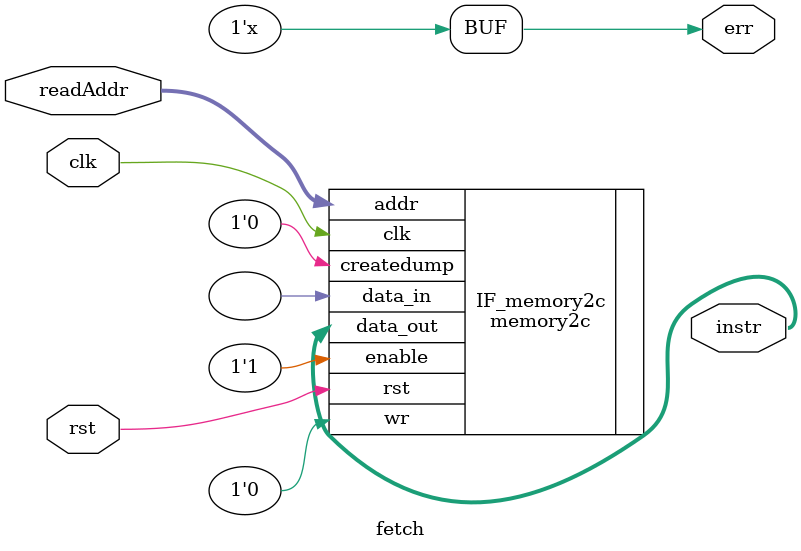
<source format=v>
/*
   CS/ECE 552 Spring '20
  
   Filename        : fetch.v
   Description     : This is the module for the overall fetch stage of the processor.
*/
module fetch (instr, readAddr, clk, rst, err);

input [15:0] readAddr;
input clk, rst;
output [15:0] instr;
output err;

assign err = (^readAddr == 1'bx);

// TODO: Your code here
memory2c IF_memory2c(.clk(clk), .rst(rst), .addr(readAddr), .data_out(instr), 
                     .enable(1'b1), .wr(1'b0), .createdump(1'b0), .data_in());
 
   
endmodule

</source>
